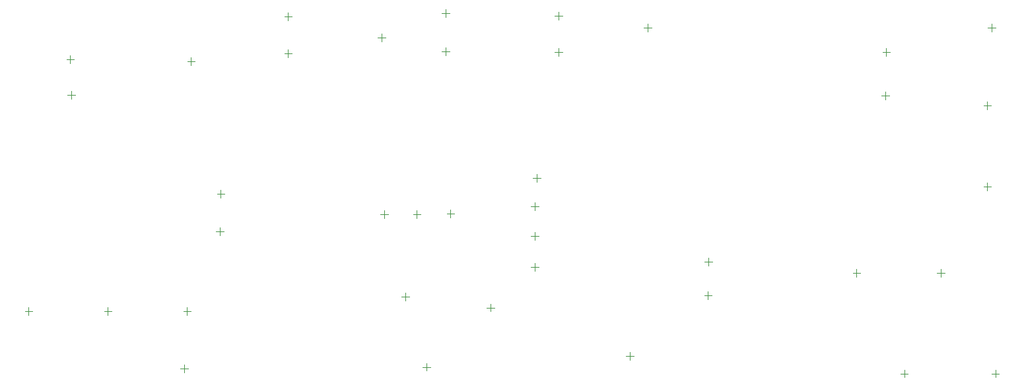
<source format=gbr>
G04*
G04 #@! TF.GenerationSoftware,Altium Limited,Altium Designer,23.3.1 (30)*
G04*
G04 Layer_Color=0*
%FSLAX44Y44*%
%MOMM*%
G71*
G04*
G04 #@! TF.SameCoordinates,EAF1F0D8-16AB-4789-B3CC-ED1B898C5CC7*
G04*
G04*
G04 #@! TF.FilePolarity,Positive*
G04*
G01*
G75*
%ADD14C,0.1000*%
D14*
X863272Y317410D02*
Y327410D01*
X858273Y322410D02*
X868273D01*
X556260Y388700D02*
Y398700D01*
X551260Y393700D02*
X561260D01*
X887730Y771380D02*
Y781380D01*
X882730Y776380D02*
X892730D01*
X1577420Y657860D02*
X1587420D01*
X1582420Y652860D02*
Y662860D01*
X1451610Y665560D02*
Y675560D01*
X1446610Y670560D02*
X1456610D01*
X1414780Y438230D02*
Y448230D01*
X1409780Y443230D02*
X1419780D01*
X1577420Y553720D02*
X1587420D01*
X1582420Y548720D02*
Y558720D01*
X1123780Y331350D02*
Y341350D01*
X1118780Y336350D02*
X1128780D01*
X1004570Y560150D02*
Y570150D01*
X999570Y565150D02*
X1009570D01*
X348060Y393700D02*
X358060D01*
X353060Y388700D02*
Y398700D01*
X449660Y393700D02*
X459660D01*
X454660Y388700D02*
Y398700D01*
X805350Y740290D02*
Y750290D01*
X800350Y745290D02*
X810350D01*
X547450Y320040D02*
X557450D01*
X552450Y315040D02*
Y325040D01*
X1141610Y758360D02*
X1151610D01*
X1146610Y753360D02*
Y763360D01*
X830860Y412580D02*
X840860D01*
X835860Y407580D02*
Y417580D01*
X940080Y398610D02*
X950080D01*
X945080Y393610D02*
Y403610D01*
X1224280Y409020D02*
Y419020D01*
X1219280Y414020D02*
X1229280D01*
X1224936Y452200D02*
Y462200D01*
X1219936Y457200D02*
X1229936D01*
X685800Y720170D02*
Y730170D01*
X680800Y725170D02*
X690800D01*
X1587700Y753360D02*
Y763360D01*
X1582700Y758360D02*
X1592700D01*
X1027510Y726440D02*
X1037510D01*
X1032510Y721440D02*
Y731440D01*
X1027510Y773430D02*
X1037510D01*
X1032510Y768430D02*
Y778430D01*
X1002030Y523320D02*
Y533320D01*
X997030Y528320D02*
X1007030D01*
X1002030Y445850D02*
Y455850D01*
X997030Y450850D02*
X1007030D01*
X997030Y490220D02*
X1007030D01*
X1002030Y485220D02*
Y495220D01*
X850900Y513160D02*
Y523160D01*
X845900Y518160D02*
X855900D01*
X889080Y519430D02*
X899080D01*
X894080Y514430D02*
Y524430D01*
X803990Y518160D02*
X813990D01*
X808990Y513160D02*
Y523160D01*
X556340Y715010D02*
X566340D01*
X561340Y710010D02*
Y720010D01*
X680800Y772160D02*
X690800D01*
X685800Y767160D02*
Y777160D01*
X402670Y671830D02*
X412670D01*
X407670Y666830D02*
Y676830D01*
X401400Y717550D02*
X411400D01*
X406400Y712550D02*
Y722550D01*
X599440Y539830D02*
Y549830D01*
X594440Y544830D02*
X604440D01*
X598170Y491570D02*
Y501570D01*
X593170Y496570D02*
X603170D01*
X1452880Y721440D02*
Y731440D01*
X1447880Y726440D02*
X1457880D01*
X1587680Y313965D02*
X1597680D01*
X1592680Y308965D02*
Y318965D01*
X1475840Y308965D02*
Y318965D01*
X1470840Y313965D02*
X1480840D01*
X882730Y727710D02*
X892730D01*
X887730Y722710D02*
Y732710D01*
X1522730Y438230D02*
Y448230D01*
X1517730Y443230D02*
X1527730D01*
M02*

</source>
